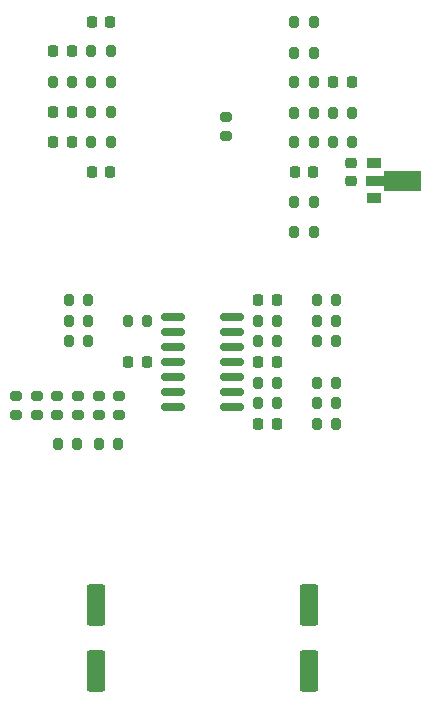
<source format=gbr>
%TF.GenerationSoftware,KiCad,Pcbnew,7.0.2-0*%
%TF.CreationDate,2023-10-10T18:08:06-05:00*%
%TF.ProjectId,Untitled,556e7469-746c-4656-942e-6b696361645f,rev?*%
%TF.SameCoordinates,Original*%
%TF.FileFunction,Paste,Top*%
%TF.FilePolarity,Positive*%
%FSLAX46Y46*%
G04 Gerber Fmt 4.6, Leading zero omitted, Abs format (unit mm)*
G04 Created by KiCad (PCBNEW 7.0.2-0) date 2023-10-10 18:08:06*
%MOMM*%
%LPD*%
G01*
G04 APERTURE LIST*
G04 Aperture macros list*
%AMRoundRect*
0 Rectangle with rounded corners*
0 $1 Rounding radius*
0 $2 $3 $4 $5 $6 $7 $8 $9 X,Y pos of 4 corners*
0 Add a 4 corners polygon primitive as box body*
4,1,4,$2,$3,$4,$5,$6,$7,$8,$9,$2,$3,0*
0 Add four circle primitives for the rounded corners*
1,1,$1+$1,$2,$3*
1,1,$1+$1,$4,$5*
1,1,$1+$1,$6,$7*
1,1,$1+$1,$8,$9*
0 Add four rect primitives between the rounded corners*
20,1,$1+$1,$2,$3,$4,$5,0*
20,1,$1+$1,$4,$5,$6,$7,0*
20,1,$1+$1,$6,$7,$8,$9,0*
20,1,$1+$1,$8,$9,$2,$3,0*%
%AMFreePoly0*
4,1,9,3.862500,-0.866500,0.737500,-0.866500,0.737500,-0.450000,-0.737500,-0.450000,-0.737500,0.450000,0.737500,0.450000,0.737500,0.866500,3.862500,0.866500,3.862500,-0.866500,3.862500,-0.866500,$1*%
G04 Aperture macros list end*
%ADD10RoundRect,0.200000X0.200000X0.275000X-0.200000X0.275000X-0.200000X-0.275000X0.200000X-0.275000X0*%
%ADD11RoundRect,0.225000X0.225000X0.250000X-0.225000X0.250000X-0.225000X-0.250000X0.225000X-0.250000X0*%
%ADD12RoundRect,0.250000X-0.550000X1.500000X-0.550000X-1.500000X0.550000X-1.500000X0.550000X1.500000X0*%
%ADD13RoundRect,0.200000X0.275000X-0.200000X0.275000X0.200000X-0.275000X0.200000X-0.275000X-0.200000X0*%
%ADD14RoundRect,0.225000X-0.225000X-0.250000X0.225000X-0.250000X0.225000X0.250000X-0.225000X0.250000X0*%
%ADD15RoundRect,0.200000X-0.200000X-0.275000X0.200000X-0.275000X0.200000X0.275000X-0.200000X0.275000X0*%
%ADD16RoundRect,0.225000X0.250000X-0.225000X0.250000X0.225000X-0.250000X0.225000X-0.250000X-0.225000X0*%
%ADD17R,1.300000X0.900000*%
%ADD18FreePoly0,0.000000*%
%ADD19RoundRect,0.200000X-0.275000X0.200000X-0.275000X-0.200000X0.275000X-0.200000X0.275000X0.200000X0*%
%ADD20RoundRect,0.150000X-0.825000X-0.150000X0.825000X-0.150000X0.825000X0.150000X-0.825000X0.150000X0*%
G04 APERTURE END LIST*
D10*
%TO.C,R10*%
X142225000Y-96350000D03*
X140575000Y-96350000D03*
%TD*%
D11*
%TO.C,C6*%
X118475000Y-98850000D03*
X116925000Y-98850000D03*
%TD*%
D12*
%TO.C,C11*%
X120550000Y-138050000D03*
X120550000Y-143650000D03*
%TD*%
D13*
%TO.C,R22*%
X117250000Y-121950000D03*
X117250000Y-120300000D03*
%TD*%
D14*
%TO.C,C1*%
X120200000Y-88650000D03*
X121750000Y-88650000D03*
%TD*%
D10*
%TO.C,R36*%
X119875000Y-115700000D03*
X118225000Y-115700000D03*
%TD*%
D15*
%TO.C,R30*%
X134225000Y-120950000D03*
X135875000Y-120950000D03*
%TD*%
%TO.C,R27*%
X139225000Y-120950000D03*
X140875000Y-120950000D03*
%TD*%
%TO.C,R16*%
X139225000Y-113950000D03*
X140875000Y-113950000D03*
%TD*%
D16*
%TO.C,C13*%
X142140000Y-102135000D03*
X142140000Y-100585000D03*
%TD*%
D15*
%TO.C,R3*%
X137325000Y-91250000D03*
X138975000Y-91250000D03*
%TD*%
D10*
%TO.C,R9*%
X142225000Y-98850000D03*
X140575000Y-98850000D03*
%TD*%
D14*
%TO.C,C2*%
X116925000Y-96250000D03*
X118475000Y-96250000D03*
%TD*%
D10*
%TO.C,R35*%
X122425000Y-124400000D03*
X120775000Y-124400000D03*
%TD*%
D14*
%TO.C,C10*%
X134275000Y-122700000D03*
X135825000Y-122700000D03*
%TD*%
D10*
%TO.C,R8*%
X121775000Y-98850000D03*
X120125000Y-98850000D03*
%TD*%
D17*
%TO.C,U3*%
X144050000Y-100600000D03*
D18*
X144137500Y-102100000D03*
D17*
X144050000Y-103600000D03*
%TD*%
D15*
%TO.C,R6*%
X120125000Y-93750000D03*
X121775000Y-93750000D03*
%TD*%
%TO.C,R21*%
X134225000Y-113950000D03*
X135875000Y-113950000D03*
%TD*%
%TO.C,R32*%
X118225000Y-112200000D03*
X119875000Y-112200000D03*
%TD*%
D10*
%TO.C,R7*%
X121775000Y-96250000D03*
X120125000Y-96250000D03*
%TD*%
D15*
%TO.C,R5*%
X137325000Y-93750000D03*
X138975000Y-93750000D03*
%TD*%
%TO.C,R26*%
X134225000Y-119200000D03*
X135875000Y-119200000D03*
%TD*%
D10*
%TO.C,R24*%
X138975000Y-106450000D03*
X137325000Y-106450000D03*
%TD*%
D15*
%TO.C,R4*%
X120125000Y-91150000D03*
X121775000Y-91150000D03*
%TD*%
D13*
%TO.C,R17*%
X120750000Y-121950000D03*
X120750000Y-120300000D03*
%TD*%
D19*
%TO.C,R19*%
X122500000Y-120300000D03*
X122500000Y-121950000D03*
%TD*%
D15*
%TO.C,R12*%
X137325000Y-98850000D03*
X138975000Y-98850000D03*
%TD*%
D14*
%TO.C,C9*%
X123275000Y-117450000D03*
X124825000Y-117450000D03*
%TD*%
D15*
%TO.C,R18*%
X117275000Y-124400000D03*
X118925000Y-124400000D03*
%TD*%
%TO.C,R29*%
X139225000Y-119200000D03*
X140875000Y-119200000D03*
%TD*%
D10*
%TO.C,R37*%
X124875000Y-113950000D03*
X123225000Y-113950000D03*
%TD*%
%TO.C,R13*%
X138975000Y-96350000D03*
X137325000Y-96350000D03*
%TD*%
D19*
%TO.C,R28*%
X113750000Y-120300000D03*
X113750000Y-121950000D03*
%TD*%
%TO.C,R23*%
X119000000Y-120300000D03*
X119000000Y-121950000D03*
%TD*%
D15*
%TO.C,R1*%
X137325000Y-88650000D03*
X138975000Y-88650000D03*
%TD*%
D14*
%TO.C,C8*%
X134275000Y-112200000D03*
X135825000Y-112200000D03*
%TD*%
D15*
%TO.C,R34*%
X137325000Y-103900000D03*
X138975000Y-103900000D03*
%TD*%
D19*
%TO.C,R31*%
X115500000Y-120300000D03*
X115500000Y-121950000D03*
%TD*%
D10*
%TO.C,R33*%
X119875000Y-113950000D03*
X118225000Y-113950000D03*
%TD*%
D13*
%TO.C,R11*%
X131550000Y-98325000D03*
X131550000Y-96675000D03*
%TD*%
D15*
%TO.C,R15*%
X134225000Y-115700000D03*
X135875000Y-115700000D03*
%TD*%
%TO.C,R2*%
X116875000Y-93750000D03*
X118525000Y-93750000D03*
%TD*%
D11*
%TO.C,C4*%
X142175000Y-93750000D03*
X140625000Y-93750000D03*
%TD*%
D14*
%TO.C,C5*%
X120175000Y-101350000D03*
X121725000Y-101350000D03*
%TD*%
D10*
%TO.C,R25*%
X140875000Y-122700000D03*
X139225000Y-122700000D03*
%TD*%
D11*
%TO.C,C12*%
X135825000Y-117440000D03*
X134275000Y-117440000D03*
%TD*%
D20*
%TO.C,U2*%
X127075000Y-113640000D03*
X127075000Y-114910000D03*
X127075000Y-116180000D03*
X127075000Y-117450000D03*
X127075000Y-118720000D03*
X127075000Y-119990000D03*
X127075000Y-121260000D03*
X132025000Y-121260000D03*
X132025000Y-119990000D03*
X132025000Y-118720000D03*
X132025000Y-117450000D03*
X132025000Y-116180000D03*
X132025000Y-114910000D03*
X132025000Y-113640000D03*
%TD*%
D10*
%TO.C,R14*%
X140875000Y-112200000D03*
X139225000Y-112200000D03*
%TD*%
D15*
%TO.C,R20*%
X139225000Y-115700000D03*
X140875000Y-115700000D03*
%TD*%
D12*
%TO.C,C14*%
X138550000Y-138050000D03*
X138550000Y-143650000D03*
%TD*%
D11*
%TO.C,C7*%
X138925000Y-101400000D03*
X137375000Y-101400000D03*
%TD*%
D14*
%TO.C,C3*%
X116925000Y-91150000D03*
X118475000Y-91150000D03*
%TD*%
M02*

</source>
